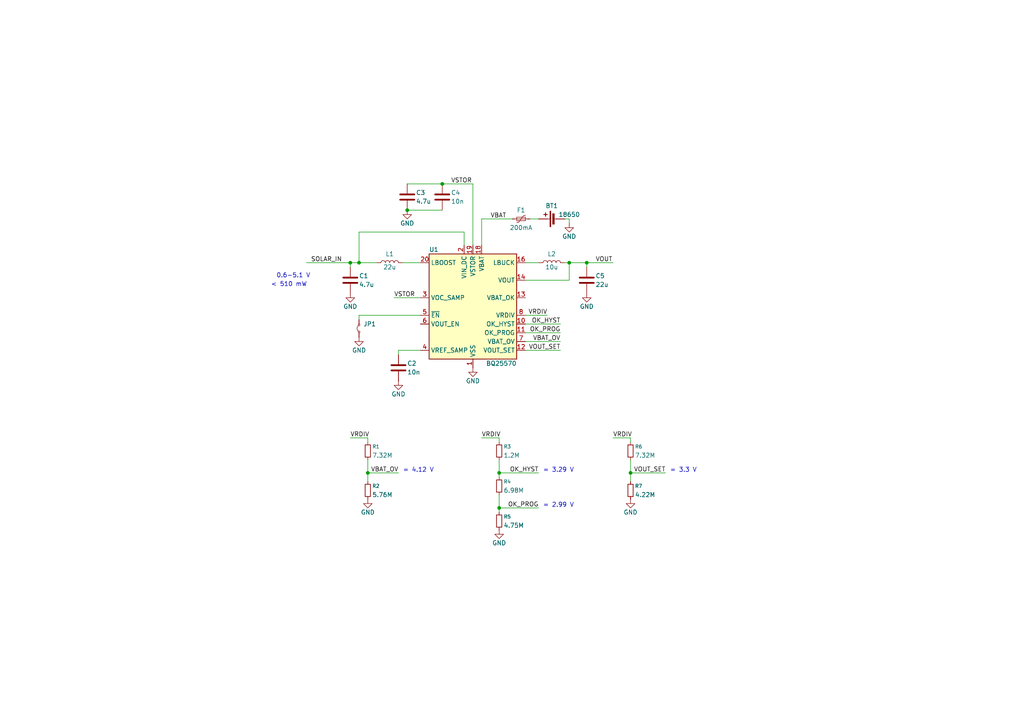
<source format=kicad_sch>
(kicad_sch (version 20250114) (generator "eeschema") (generator_version "9.0")
  (paper "A4")
  (lib_symbols
    (symbol "Battery_Management:BQ25570"
      (property "Reference" "U" (at -12.7 16.51 0))
      (property "Value" "BQ25570" (at 10.16 16.51 0))
      (symbol "BQ25570_0_1"
        (rectangle (start -12.7 15.24) (end 12.7 -15.24) (stroke (width 0.254)) (fill (type background)))
      )
      (symbol "BQ25570_1_1"
        (pin passive line (at -15.24 12.7 0) (length 2.54) (name "LBOOST") (number "20"))
        (pin input line (at -15.24 2.54 0) (length 2.54) (name "VOC_SAMP") (number "3"))
        (pin input line (at -15.24 -2.54 0) (length 2.54) (name "~{EN}") (number "5"))
        (pin input line (at -15.24 -5.08 0) (length 2.54) (name "VOUT_EN") (number "6"))
        (pin passive line (at -15.24 -12.7 0) (length 2.54) (name "VREF_SAMP") (number "4"))
        (pin power_in line (at -2.54 17.78 270) (length 2.54) (name "VIN_DC") (number "2"))
        (pin power_out line (at 0 17.78 270) (length 2.54) (name "VSTOR") (number "19"))
        (pin power_in line (at 0 -17.78 90) (length 2.54) (name "VSS") (number "1"))
        (pin passive line (at 0 -17.78 90) (length 2.54) (hide yes) (name "VSS") (number "15"))
        (pin passive line (at 0 -17.78 90) (length 2.54) (hide yes) (name "VSS") (number "17"))
        (pin passive line (at 0 -17.78 90) (length 2.54) (hide yes) (name "VSS") (number "21"))
        (pin passive line (at 0 -17.78 90) (length 2.54) (hide yes) (name "VSS") (number "9"))
        (pin power_in line (at 2.54 17.78 270) (length 2.54) (name "VBAT") (number "18"))
        (pin passive line (at 15.24 12.7 180) (length 2.54) (name "LBUCK") (number "16"))
        (pin input line (at 15.24 7.62 180) (length 2.54) (name "VOUT") (number "14"))
        (pin output line (at 15.24 2.54 180) (length 2.54) (name "VBAT_OK") (number "13"))
        (pin output line (at 15.24 -2.54 180) (length 2.54) (name "VRDIV") (number "8"))
        (pin input line (at 15.24 -5.08 180) (length 2.54) (name "OK_HYST") (number "10"))
        (pin input line (at 15.24 -7.62 180) (length 2.54) (name "OK_PROG") (number "11"))
        (pin input line (at 15.24 -10.16 180) (length 2.54) (name "VBAT_OV") (number "7"))
        (pin input line (at 15.24 -12.7 180) (length 2.54) (name "VOUT_SET") (number "12"))
      )
    )
    (symbol "Device:Battery_Cell" (pin_numbers (hide yes)) (pin_names (offset 0) (hide yes))
      (property "Reference" "BT" (at 2.54 2.54 0))
      (property "Value" "Battery_Cell" (at 2.54 0 0))
      (symbol "Battery_Cell_0_1"
        (rectangle (start -2.286 1.778) (end 2.286 1.524) (fill (type outline)))
        (rectangle (start -1.524 1.016) (end 1.524 0.508) (fill (type outline)))
        (polyline (pts (xy 0 1.778) (xy 0 2.54)))
        (polyline (pts (xy 0 0.762) (xy 0 0)))
        (polyline (pts (xy 0.762 3.048) (xy 1.778 3.048)) (stroke (width 0.254)))
        (polyline (pts (xy 1.27 3.556) (xy 1.27 2.54)) (stroke (width 0.254)))
      )
      (symbol "Battery_Cell_1_1"
        (pin passive line (at 0 5.08 270) (length 2.54) (name "+") (number "1"))
        (pin passive line (at 0 -2.54 90) (length 2.54) (name "-") (number "2"))
      )
    )
    (symbol "Device:C" (pin_numbers (hide yes)) (pin_names (offset 0.254))
      (property "Reference" "C" (at 0.635 2.54 0))
      (property "Value" "C" (at 0.635 -2.54 0))
      (symbol "C_0_1"
        (polyline (pts (xy -2.032 0.762) (xy 2.032 0.762)) (stroke (width 0.508)))
        (polyline (pts (xy -2.032 -0.762) (xy 2.032 -0.762)) (stroke (width 0.508)))
      )
      (symbol "C_1_1"
        (pin passive line (at 0 3.81 270) (length 2.794) (name "~") (number "1"))
        (pin passive line (at 0 -3.81 90) (length 2.794) (name "~") (number "2"))
      )
    )
    (symbol "Device:L" (pin_numbers (hide yes)) (pin_names (offset 1.016) (hide yes))
      (property "Reference" "L" (at -1.27 0 90))
      (property "Value" "L" (at 1.905 0 90))
      (symbol "L_0_1"
        (arc (start 0 2.54) (mid 0.6323 1.905) (end 0 1.27))
        (arc (start 0 1.27) (mid 0.6323 0.635) (end 0 0))
        (arc (start 0 0) (mid 0.6323 -0.635) (end 0 -1.27))
        (arc (start 0 -1.27) (mid 0.6323 -1.905) (end 0 -2.54))
      )
      (symbol "L_1_1"
        (pin passive line (at 0 3.81 270) (length 1.27) (name "1") (number "1"))
        (pin passive line (at 0 -3.81 90) (length 1.27) (name "2") (number "2"))
      )
    )
    (symbol "Device:Polyfuse_Small" (pin_numbers (hide yes)) (pin_names (offset 0))
      (property "Reference" "F" (at -1.905 0 90))
      (property "Value" "Polyfuse_Small" (at 1.905 0 90))
      (symbol "Polyfuse_Small_0_1"
        (polyline (pts (xy -1.016 1.27) (xy -1.016 0.762) (xy 1.016 -0.762) (xy 1.016 -1.27)))
        (rectangle (start -0.508 1.27) (end 0.508 -1.27))
        (polyline (pts (xy 0 2.54) (xy 0 -2.54)))
      )
      (symbol "Polyfuse_Small_1_1"
        (pin passive line (at 0 2.54 270) (length 0.635) (name "~") (number "1"))
        (pin passive line (at 0 -2.54 90) (length 0.635) (name "~") (number "2"))
      )
    )
    (symbol "Device:R_Small" (pin_numbers (hide yes)) (pin_names (offset 0.254) (hide yes))
      (property "Reference" "R" (at 0 0 90))
      (property "Value" "R_Small" (at 1.778 0 90))
      (symbol "R_Small_0_1"
        (rectangle (start -0.762 1.778) (end 0.762 -1.778) (stroke (width 0.2032)))
      )
      (symbol "R_Small_1_1"
        (pin passive line (at 0 2.54 270) (length 0.762) (name "~") (number "1"))
        (pin passive line (at 0 -2.54 90) (length 0.762) (name "~") (number "2"))
      )
    )
    (symbol "Jumper:Jumper_2_Small_Bridged" (pin_numbers (hide yes)) (pin_names (offset 0) (hide yes))
      (property "Reference" "JP" (at 0 2.032 0))
      (property "Value" "Jumper_2_Small_Bridged" (at 0 -2.286 0))
      (symbol "Jumper_2_Small_Bridged_0_0"
        (circle (center -1.016 0) (radius 0.254))
        (circle (center 1.016 0) (radius 0.254))
      )
      (symbol "Jumper_2_Small_Bridged_0_1"
        (arc (start -0.762 0.254) (mid 0 0.5696) (end 0.762 0.254))
      )
      (symbol "Jumper_2_Small_Bridged_1_1"
        (pin passive line (at -2.54 0 0) (length 1.27) (name "A") (number "1"))
        (pin passive line (at 2.54 0 180) (length 1.27) (name "B") (number "2"))
      )
    )
    (symbol "power:GND" (power) (pin_numbers (hide yes)) (pin_names (offset 0) (hide yes))
      (property "Value" "GND" (at 0 -3.81 0))
      (symbol "GND_0_1"
        (polyline (pts (xy 0 0) (xy 0 -1.27) (xy 1.27 -1.27) (xy 0 -2.54) (xy -1.27 -1.27) (xy 0 -1.27)))
      )
      (symbol "GND_1_1"
        (pin power_in line (at 0 0 270) (length 0) (name "~") (number "1"))
      )
    )
  )
  (text "= 2.99 V" (at 157.48 147.32 0) (effects (font (size 1.27 1.27)) (justify left bottom)))
  (text "0.6-5.1 V" (at 85.09 80.01 0) (effects (font (size 1.27 1.27))))
  (text "= 3.3 V" (at 194.31 137.16 0) (effects (font (size 1.27 1.27)) (justify left bottom)))
  (text "= 3.29 V" (at 157.48 137.16 0) (effects (font (size 1.27 1.27)) (justify left bottom)))
  (text "= 4.12 V" (at 116.84 137.16 0) (effects (font (size 1.27 1.27)) (justify left bottom)))
  (text "< 510 mW" (at 83.82 82.55 0) (effects (font (size 1.27 1.27))))
  (junction (at 144.78 147.32))
  (junction (at 104.14 76.2))
  (junction (at 106.68 137.16))
  (junction (at 128.27 53.34))
  (junction (at 144.78 137.16))
  (junction (at 182.88 137.16))
  (junction (at 170.18 76.2))
  (junction (at 101.6 76.2))
  (junction (at 165.1 76.2))
  (junction (at 118.11 60.96))
  (wire (pts (xy 101.6 76.2) (xy 104.14 76.2)))
  (wire (pts (xy 101.6 76.2) (xy 101.6 77.47)))
  (wire (pts (xy 144.78 147.32) (xy 156.21 147.32)))
  (wire (pts (xy 165.1 81.28) (xy 165.1 76.2)))
  (wire (pts (xy 153.67 63.5) (xy 156.21 63.5)))
  (wire (pts (xy 170.18 76.2) (xy 177.8 76.2)))
  (wire (pts (xy 152.4 101.6) (xy 162.56 101.6)))
  (wire (pts (xy 116.84 76.2) (xy 121.92 76.2)))
  (wire (pts (xy 118.11 60.96) (xy 128.27 60.96)))
  (wire (pts (xy 182.88 128.27) (xy 182.88 127)))
  (wire (pts (xy 144.78 128.27) (xy 144.78 127)))
  (wire (pts (xy 104.14 76.2) (xy 109.22 76.2)))
  (wire (pts (xy 182.88 133.35) (xy 182.88 137.16)))
  (wire (pts (xy 152.4 99.06) (xy 162.56 99.06)))
  (wire (pts (xy 134.62 71.12) (xy 134.62 67.31)))
  (wire (pts (xy 182.88 137.16) (xy 182.88 139.7)))
  (wire (pts (xy 163.83 76.2) (xy 165.1 76.2)))
  (wire (pts (xy 152.4 91.44) (xy 158.75 91.44)))
  (wire (pts (xy 182.88 127) (xy 177.8 127)))
  (wire (pts (xy 88.9 76.2) (xy 101.6 76.2)))
  (wire (pts (xy 165.1 76.2) (xy 170.18 76.2)))
  (wire (pts (xy 139.7 63.5) (xy 148.59 63.5)))
  (wire (pts (xy 115.57 101.6) (xy 115.57 102.87)))
  (wire (pts (xy 144.78 127) (xy 139.7 127)))
  (wire (pts (xy 114.3 86.36) (xy 121.92 86.36)))
  (wire (pts (xy 106.68 137.16) (xy 115.57 137.16)))
  (wire (pts (xy 152.4 96.52) (xy 162.56 96.52)))
  (wire (pts (xy 182.88 137.16) (xy 193.04 137.16)))
  (wire (pts (xy 106.68 133.35) (xy 106.68 137.16)))
  (wire (pts (xy 144.78 147.32) (xy 144.78 148.59)))
  (wire (pts (xy 144.78 137.16) (xy 144.78 138.43)))
  (wire (pts (xy 134.62 67.31) (xy 104.14 67.31)))
  (wire (pts (xy 165.1 63.5) (xy 165.1 64.77)))
  (wire (pts (xy 144.78 133.35) (xy 144.78 137.16)))
  (wire (pts (xy 106.68 127) (xy 101.6 127)))
  (wire (pts (xy 152.4 81.28) (xy 165.1 81.28)))
  (wire (pts (xy 104.14 91.44) (xy 121.92 91.44)))
  (wire (pts (xy 104.14 67.31) (xy 104.14 76.2)))
  (wire (pts (xy 121.92 101.6) (xy 115.57 101.6)))
  (wire (pts (xy 104.14 92.71) (xy 104.14 91.44)))
  (wire (pts (xy 106.68 137.16) (xy 106.68 139.7)))
  (wire (pts (xy 170.18 76.2) (xy 170.18 77.47)))
  (wire (pts (xy 118.11 53.34) (xy 128.27 53.34)))
  (wire (pts (xy 139.7 71.12) (xy 139.7 63.5)))
  (wire (pts (xy 106.68 128.27) (xy 106.68 127)))
  (wire (pts (xy 152.4 93.98) (xy 162.56 93.98)))
  (wire (pts (xy 144.78 137.16) (xy 156.21 137.16)))
  (wire (pts (xy 144.78 143.51) (xy 144.78 147.32)))
  (wire (pts (xy 152.4 76.2) (xy 156.21 76.2)))
  (wire (pts (xy 137.16 53.34) (xy 137.16 71.12)))
  (wire (pts (xy 163.83 63.5) (xy 165.1 63.5)))
  (wire (pts (xy 128.27 53.34) (xy 137.16 53.34)))
  (label "VBAT_OV" (at 115.57 137.16 180))
  (label "OK_HYST" (at 156.21 137.16 180))
  (label "OK_PROG" (at 162.56 96.52 180))
  (label "VRDIV" (at 177.8 127 0))
  (label "VOUT_SET" (at 162.56 101.6 180))
  (label "VSTOR" (at 130.81 53.34 0))
  (label "VRDIV" (at 139.7 127 0))
  (label "OK_HYST" (at 162.56 93.98 180))
  (label "VOUT" (at 172.72 76.2 0))
  (label "VRDIV" (at 101.6 127 0))
  (label "VBAT" (at 142.24 63.5 0))
  (label "OK_PROG" (at 156.21 147.32 180))
  (label "VSTOR" (at 114.3 86.36 0))
  (label "SOLAR_IN" (at 90.17 76.2 0))
  (label "VOUT_SET" (at 193.04 137.16 180))
  (label "VBAT_OV" (at 162.56 99.06 180))
  (label "VRDIV" (at 158.75 91.44 180))
  (symbol (lib_id "Device:R_Small") (at 182.88 142.24 0) (unit 1)
    (property "Reference" "R7" (at 184.15 140.97 0) (effects (font (size 1.016 1.016)) (justify left)))
    (property "Value" "4.22M" (at 184.15 143.51 0) (effects (justify left)))
    (property "Footprint" "Resistor_SMD:R_0805_2012Metric" (effects (hide yes)))
    (property "Description" "Resistor, small symbol" (effects (hide yes)))
    (property "MPN" "RC0805FR-074M22L" (effects (hide yes)))
    (property "Mouser PN" "603-RC0805FR-074M22L" (effects (hide yes)))
  )
  (symbol (lib_id "Battery_Management:BQ25570") (at 137.16 88.9 0) (unit 1)
    (property "Reference" "U1" (at 124.46 72.39 0) (effects (justify left)))
    (property "Value" "BQ25570" (at 140.97 105.41 0) (effects (justify left)))
    (property "Footprint" "Package_DFN_QFN:QFN-20-1EP_3.5x3.5mm_P0.5mm_EP2x2mm" (effects (hide yes)))
    (property "Datasheet" "http://www.ti.com/lit/ds/symlink/bq25570.pdf" (effects (hide yes)))
    (property "Description" "Nano Power Boost Charger and Buck Converter for Energy Harvester Powered Applications, QFN-20" (effects (hide yes)))
    (property "MPN" "BQ25570RGRR" (effects (hide yes)))
    (property "Mouser PN" "595-BQ25570RGRR" (effects (hide yes)))
  )
  (symbol (lib_id "Device:C") (at 115.57 106.68 0) (unit 1)
    (property "Reference" "C2" (at 118.11 105.41 0) (effects (justify left)))
    (property "Value" "10n" (at 118.11 107.95 0) (effects (justify left)))
    (property "Footprint" "Capacitor_SMD:C_0402_1005Metric" (effects (hide yes)))
    (property "Description" "Unpolarized capacitor" (effects (hide yes)))
  )
  (symbol (lib_id "Device:C") (at 128.27 57.15 0) (unit 1)
    (property "Reference" "C4" (at 130.81 55.88 0) (effects (justify left)))
    (property "Value" "10n" (at 130.81 58.42 0) (effects (justify left)))
    (property "Footprint" "Capacitor_SMD:C_0402_1005Metric" (effects (hide yes)))
    (property "Description" "Unpolarized capacitor" (effects (hide yes)))
  )
  (symbol (lib_id "Device:Polyfuse_Small") (at 151.13 63.5 90) (unit 1)
    (property "Reference" "F1" (at 151.13 60.96 90))
    (property "Value" "200mA" (at 151.13 66.04 90))
    (property "Footprint" "Fuse:Fuse_1206_3216Metric" (effects (hide yes)))
    (property "Description" "Resettable fuse, polymeric positive temperature coefficient, small symbol" (effects (hide yes)))
    (property "MPN" "0ZCJ0020FF2E" (effects (hide yes)))
    (property "Mouser PN" "530-0ZCJ0020FF2E" (effects (hide yes)))
  )
  (symbol (lib_id "Device:L") (at 113.03 76.2 90) (unit 1)
    (property "Reference" "L1" (at 113.03 73.66 90))
    (property "Value" "22u" (at 113.03 77.47 90))
    (property "Footprint" "Inductor_SMD:L_Abracon_ASPI-4030S" (effects (hide yes)))
    (property "Description" "Inductor" (effects (hide yes)))
    (property "MPN" "ASPI-4030S-220M-T" (effects (hide yes)))
    (property "Mouser PN" "815-ASPI-4030S-220MT" (effects (hide yes)))
  )
  (symbol (lib_id "power:GND") (at 182.88 144.78 0) (unit 1)
    (property "Reference" "#PWR010" (effects (hide yes)))
    (property "Value" "GND" (at 182.88 148.59 0))
    (property "Description" "Power symbol creates a global label with name \"GND\" , ground" (effects (hide yes)))
  )
  (symbol (lib_id "Device:R_Small") (at 144.78 130.81 0) (unit 1)
    (property "Reference" "R3" (at 146.05 129.54 0) (effects (font (size 1.016 1.016)) (justify left)))
    (property "Value" "1.2M" (at 146.05 132.08 0) (effects (justify left)))
    (property "Footprint" "Resistor_SMD:R_0805_2012Metric" (effects (hide yes)))
    (property "Description" "Resistor, small symbol" (effects (hide yes)))
    (property "MPN" "RC0805FR-101M2L" (effects (hide yes)))
    (property "Mouser PN" "603-RC0805FR-101M2L" (effects (hide yes)))
  )
  (symbol (lib_id "power:GND") (at 101.6 85.09 0) (unit 1)
    (property "Reference" "#PWR01" (effects (hide yes)))
    (property "Value" "GND" (at 101.6 88.9 0))
    (property "Description" "Power symbol creates a global label with name \"GND\" , ground" (effects (hide yes)))
  )
  (symbol (lib_id "Device:R_Small") (at 106.68 142.24 0) (unit 1)
    (property "Reference" "R2" (at 107.95 140.97 0) (effects (font (size 1.016 1.016)) (justify left)))
    (property "Value" "5.76M" (at 107.95 143.51 0) (effects (justify left)))
    (property "Footprint" "Resistor_SMD:R_0805_2012Metric" (effects (hide yes)))
    (property "Description" "Resistor, small symbol" (effects (hide yes)))
    (property "MPN" "RC0805FR-075M76L" (effects (hide yes)))
    (property "Mouser PN" "603-RC0805FR-075M76L" (effects (hide yes)))
  )
  (symbol (lib_id "power:GND") (at 104.14 97.79 0) (unit 1)
    (property "Reference" "#PWR02" (effects (hide yes)))
    (property "Value" "GND" (at 104.14 101.6 0))
    (property "Description" "Power symbol creates a global label with name \"GND\" , ground" (effects (hide yes)))
  )
  (symbol (lib_id "power:GND") (at 118.11 60.96 0) (unit 1)
    (property "Reference" "#PWR05" (effects (hide yes)))
    (property "Value" "GND" (at 118.11 64.77 0))
    (property "Description" "Power symbol creates a global label with name \"GND\" , ground" (effects (hide yes)))
  )
  (symbol (lib_id "Device:L") (at 160.02 76.2 90) (unit 1)
    (property "Reference" "L2" (at 160.02 73.66 90))
    (property "Value" "10u" (at 160.02 77.47 90))
    (property "Footprint" "Inductor_SMD:L_Abracon_ASPI-3012S" (effects (hide yes)))
    (property "Description" "Inductor" (effects (hide yes)))
    (property "MPN" "ASPI-3012S-100M-T" (effects (hide yes)))
    (property "Mouser PN" "815-ASPI-3012S-100MT" (effects (hide yes)))
  )
  (symbol (lib_id "power:GND") (at 137.16 106.68 0) (unit 1)
    (property "Reference" "#PWR06" (effects (hide yes)))
    (property "Value" "GND" (at 137.16 110.49 0))
    (property "Description" "Power symbol creates a global label with name \"GND\" , ground" (effects (hide yes)))
  )
  (symbol (lib_id "power:GND") (at 170.18 85.09 0) (unit 1)
    (property "Reference" "#PWR09" (effects (hide yes)))
    (property "Value" "GND" (at 170.18 88.9 0))
    (property "Description" "Power symbol creates a global label with name \"GND\" , ground" (effects (hide yes)))
  )
  (symbol (lib_id "Jumper:Jumper_2_Small_Bridged") (at 104.14 95.25 90) (unit 1) (in_bom no)
    (property "Reference" "JP1" (at 105.41 93.9799 90) (effects (justify right)))
    (property "Value" "Jumper_2_Small_Bridged" (effects (hide yes)))
    (property "Footprint" "Jumper:SolderJumper-2_P1.3mm_Open_TrianglePad1.0x1.5mm" (effects (hide yes)))
    (property "Description" "Jumper, 2-pole, small symbol, bridged" (effects (hide yes)))
  )
  (symbol (lib_id "power:GND") (at 144.78 153.67 0) (unit 1)
    (property "Reference" "#PWR07" (effects (hide yes)))
    (property "Value" "GND" (at 144.78 157.48 0))
    (property "Description" "Power symbol creates a global label with name \"GND\" , ground" (effects (hide yes)))
  )
  (symbol (lib_id "power:GND") (at 106.68 144.78 0) (unit 1)
    (property "Reference" "#PWR03" (effects (hide yes)))
    (property "Value" "GND" (at 106.68 148.59 0))
    (property "Description" "Power symbol creates a global label with name \"GND\" , ground" (effects (hide yes)))
  )
  (symbol (lib_id "power:GND") (at 115.57 110.49 0) (unit 1)
    (property "Reference" "#PWR04" (effects (hide yes)))
    (property "Value" "GND" (at 115.57 114.3 0))
    (property "Description" "Power symbol creates a global label with name \"GND\" , ground" (effects (hide yes)))
  )
  (symbol (lib_id "Device:Battery_Cell") (at 161.29 63.5 90) (unit 1)
    (property "Reference" "BT1" (at 160.02 59.69 90))
    (property "Value" "18650" (at 165.1 62.23 90))
    (property "Footprint" "DWlib:Keystone_1043P_1x18650" (effects (hide yes)))
    (property "Description" "Single-cell battery" (effects (hide yes)))
    (property "MPN" "1043P" (effects (hide yes)))
    (property "Mouser PN" "534-1043P" (effects (hide yes)))
  )
  (symbol (lib_id "Device:R_Small") (at 144.78 140.97 0) (unit 1)
    (property "Reference" "R4" (at 146.05 139.7 0) (effects (font (size 1.016 1.016)) (justify left)))
    (property "Value" "6.98M" (at 146.05 142.24 0) (effects (justify left)))
    (property "Footprint" "Resistor_SMD:R_0805_2012Metric" (effects (hide yes)))
    (property "Description" "Resistor, small symbol" (effects (hide yes)))
    (property "MPN" "RC0805FR-076M98L" (effects (hide yes)))
    (property "Mouser PN" "603-RC0805FR-076M98L" (effects (hide yes)))
  )
  (symbol (lib_id "Device:C") (at 170.18 81.28 0) (unit 1)
    (property "Reference" "C5" (at 172.72 80.01 0) (effects (justify left)))
    (property "Value" "22u" (at 172.72 82.55 0) (effects (justify left)))
    (property "Footprint" "Capacitor_SMD:C_0805_2012Metric" (effects (hide yes)))
    (property "Description" "Unpolarized capacitor" (effects (hide yes)))
    (property "MPN" "CL21A226MAYNNNE" (effects (hide yes)))
    (property "Mouser PN" "187-CL21A226MAYNNNE" (effects (hide yes)))
  )
  (symbol (lib_id "Device:C") (at 101.6 81.28 0) (unit 1)
    (property "Reference" "C1" (at 104.14 80.01 0) (effects (justify left)))
    (property "Value" "4.7u" (at 104.14 82.55 0) (effects (justify left)))
    (property "Footprint" "Capacitor_SMD:C_0805_2012Metric" (effects (hide yes)))
    (property "Description" "Unpolarized capacitor" (effects (hide yes)))
  )
  (symbol (lib_id "Device:C") (at 118.11 57.15 0) (unit 1)
    (property "Reference" "C3" (at 120.65 55.88 0) (effects (justify left)))
    (property "Value" "4.7u" (at 120.65 58.42 0) (effects (justify left)))
    (property "Footprint" "Capacitor_SMD:C_0805_2012Metric" (effects (hide yes)))
    (property "Description" "Unpolarized capacitor" (effects (hide yes)))
  )
  (symbol (lib_id "Device:R_Small") (at 106.68 130.81 0) (unit 1)
    (property "Reference" "R1" (at 107.95 129.54 0) (effects (font (size 1.016 1.016)) (justify left)))
    (property "Value" "7.32M" (at 107.95 132.08 0) (effects (justify left)))
    (property "Footprint" "Resistor_SMD:R_0805_2012Metric" (effects (hide yes)))
    (property "Description" "Resistor, small symbol" (effects (hide yes)))
    (property "MPN" "RC0805FR-077M32L" (effects (hide yes)))
    (property "Mouser PN" "603-RC0805FR-077M32L" (effects (hide yes)))
  )
  (symbol (lib_id "Device:R_Small") (at 144.78 151.13 0) (unit 1)
    (property "Reference" "R5" (at 146.05 149.86 0) (effects (font (size 1.016 1.016)) (justify left)))
    (property "Value" "4.75M" (at 146.05 152.4 0) (effects (justify left)))
    (property "Footprint" "Resistor_SMD:R_0805_2012Metric" (effects (hide yes)))
    (property "Description" "Resistor, small symbol" (effects (hide yes)))
    (property "MPN" "RC0805FR-074M75L" (effects (hide yes)))
    (property "Mouser PN" "603-RC0805FR-074M75L" (effects (hide yes)))
  )
  (symbol (lib_id "power:GND") (at 165.1 64.77 0) (unit 1)
    (property "Reference" "#PWR08" (effects (hide yes)))
    (property "Value" "GND" (at 165.1 68.58 0))
    (property "Description" "Power symbol creates a global label with name \"GND\" , ground" (effects (hide yes)))
  )
  (symbol (lib_id "Device:R_Small") (at 182.88 130.81 0) (unit 1)
    (property "Reference" "R6" (at 184.15 129.54 0) (effects (font (size 1.016 1.016)) (justify left)))
    (property "Value" "7.32M" (at 184.15 132.08 0) (effects (justify left)))
    (property "Footprint" "Resistor_SMD:R_0805_2012Metric" (effects (hide yes)))
    (property "Description" "Resistor, small symbol" (effects (hide yes)))
    (property "MPN" "RC0805FR-077M32L" (effects (hide yes)))
    (property "Mouser PN" "603-RC0805FR-077M32L" (effects (hide yes)))
  )
)
</source>
